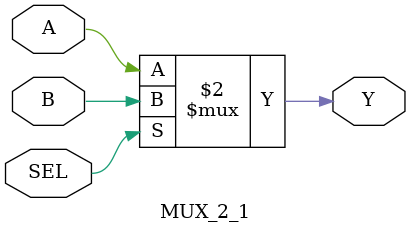
<source format=v>
module MUX_2_1
(A, B, SEL, Y);

    input wire A, B, SEL;
    output reg Y;

    always @(*)
    begin
        Y = SEL ? B : A;
    end

endmodule
</source>
